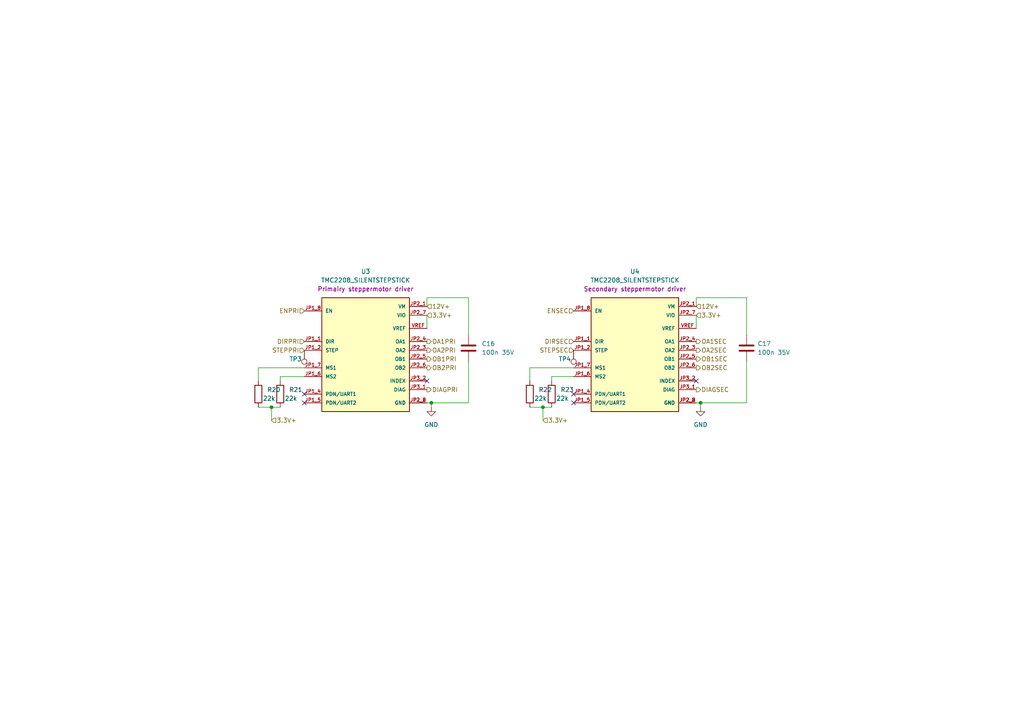
<source format=kicad_sch>
(kicad_sch (version 20211123) (generator eeschema)
  (paper "A4")
  (title_block (title "Rastaban-HAT") (rev "1") (company "HAN") (comment 1 "Casper R. Tak"))
  (lib_symbols
    (symbol "Connector:TestPoint" (pin_numbers hide) (pin_names (offset 0.762) hide)
      (property "Reference" "TP" (at 0 6.858 0))
      (property "Value" "TestPoint" (at 0 5.08 0))
      (symbol "TestPoint_0_1"
        (circle (center 0 3.302) (radius 0.762))
      )
      (symbol "TestPoint_1_1"
        (pin passive line (at 0 0 90) (length 2.54) (name "1") (number "1"))
      )
    )
    (symbol "Device:C" (pin_numbers hide) (pin_names (offset 0.254))
      (property "Reference" "C" (at 0.635 2.54 0))
      (property "Value" "C" (at 0.635 -2.54 0))
      (symbol "C_0_1"
        (polyline (pts (xy -2.032 -0.762) (xy 2.032 -0.762)) (stroke (width 0.508)))
        (polyline (pts (xy -2.032 0.762) (xy 2.032 0.762)) (stroke (width 0.508)))
      )
      (symbol "C_1_1"
        (pin passive line (at 0 3.81 270) (length 2.794) (name "~") (number "1"))
        (pin passive line (at 0 -3.81 90) (length 2.794) (name "~") (number "2"))
      )
    )
    (symbol "Device:R" (pin_numbers hide) (pin_names (offset 0))
      (property "Reference" "R" (at 2.032 0 90))
      (property "Value" "R" (at 0 0 90))
      (symbol "R_0_1"
        (rectangle (start -1.016 -2.54) (end 1.016 2.54) (stroke (width 0.254)))
      )
      (symbol "R_1_1"
        (pin passive line (at 0 3.81 270) (length 1.27) (name "~") (number "1"))
        (pin passive line (at 0 -3.81 90) (length 1.27) (name "~") (number "2"))
      )
    )
    (symbol "TMC2208_SILENTSTEPSTICK_1" (pin_names (offset 1.016))
      (property "Reference" "U3" (at 0 25.4 0))
      (property "Value" "TMC2208_SILENTSTEPSTICK" (at 0 22.86 0))
      (property "Purpose" "Primairy steppermotor driver" (at 0 20.32 0))
      (symbol "TMC2208_SILENTSTEPSTICK_1_0_0"
        (rectangle (start -12.7 17.78) (end 12.7 -15.24) (stroke (width 0.254)) (fill (type background)))
        (pin input line (at -17.78 5.08 0) (length 5.08) (name "DIR") (number "JP1_1"))
        (pin input line (at -17.78 2.54 0) (length 5.08) (name "STEP") (number "JP1_2"))
        (pin bidirectional line (at -17.78 -10.16 0) (length 5.08) (name "PDN/UART1") (number "JP1_4"))
        (pin bidirectional line (at -17.78 -12.7 0) (length 5.08) (name "PDN/UART2") (number "JP1_5"))
        (pin input line (at -17.78 -5.08 0) (length 5.08) (name "MS2") (number "JP1_6"))
        (pin input line (at -17.78 -2.54 0) (length 5.08) (name "MS1") (number "JP1_7"))
        (pin input line (at -17.78 13.97 0) (length 5.08) (name "EN") (number "JP1_8"))
        (pin power_in line (at 17.78 15.24 180) (length 5.08) (name "VM") (number "JP2_1"))
        (pin power_in line (at 17.78 -12.7 180) (length 5.08) (name "GND") (number "JP2_2"))
        (pin passive line (at 17.78 2.54 180) (length 5.08) (name "OA2") (number "JP2_3"))
        (pin passive line (at 17.78 5.08 180) (length 5.08) (name "OA1") (number "JP2_4"))
        (pin passive line (at 17.78 0 180) (length 5.08) (name "OB1") (number "JP2_5"))
        (pin passive line (at 17.78 -2.54 180) (length 5.08) (name "OB2") (number "JP2_6"))
        (pin power_in line (at 17.78 12.7 180) (length 5.08) (name "VIO") (number "JP2_7"))
        (pin power_in line (at 17.78 -12.7 180) (length 5.08) (name "GND") (number "JP2_8"))
        (pin output line (at 17.78 -8.89 180) (length 5.08) (name "DIAG") (number "JP3_1"))
        (pin output line (at 17.78 -6.35 180) (length 5.08) (name "INDEX") (number "JP3_2"))
        (pin passive line (at 17.78 8.89 180) (length 5.08) (name "VREF") (number "VREF"))
      )
    )
    (symbol "TMC2208_SILENTSTEPSTICK_2" (pin_names (offset 1.016))
      (property "Reference" "U4" (at 0 25.4 0))
      (property "Value" "TMC2208_SILENTSTEPSTICK" (at 0 22.86 0))
      (property "Purpose" "Secondary steppermotor driver" (at 0 20.32 0))
      (symbol "TMC2208_SILENTSTEPSTICK_2_0_0"
        (rectangle (start -12.7 17.78) (end 12.7 -15.24) (stroke (width 0.254)) (fill (type background)))
        (pin input line (at -17.78 5.08 0) (length 5.08) (name "DIR") (number "JP1_1"))
        (pin input line (at -17.78 2.54 0) (length 5.08) (name "STEP") (number "JP1_2"))
        (pin bidirectional line (at -17.78 -10.16 0) (length 5.08) (name "PDN/UART1") (number "JP1_4"))
        (pin bidirectional line (at -17.78 -12.7 0) (length 5.08) (name "PDN/UART2") (number "JP1_5"))
        (pin input line (at -17.78 -5.08 0) (length 5.08) (name "MS2") (number "JP1_6"))
        (pin input line (at -17.78 -2.54 0) (length 5.08) (name "MS1") (number "JP1_7"))
        (pin input line (at -17.78 13.97 0) (length 5.08) (name "EN") (number "JP1_8"))
        (pin power_in line (at 17.78 15.24 180) (length 5.08) (name "VM") (number "JP2_1"))
        (pin power_in line (at 17.78 -12.7 180) (length 5.08) (name "GND") (number "JP2_2"))
        (pin passive line (at 17.78 2.54 180) (length 5.08) (name "OA2") (number "JP2_3"))
        (pin passive line (at 17.78 5.08 180) (length 5.08) (name "OA1") (number "JP2_4"))
        (pin passive line (at 17.78 0 180) (length 5.08) (name "OB1") (number "JP2_5"))
        (pin passive line (at 17.78 -2.54 180) (length 5.08) (name "OB2") (number "JP2_6"))
        (pin power_in line (at 17.78 12.7 180) (length 5.08) (name "VIO") (number "JP2_7"))
        (pin power_in line (at 17.78 -12.7 180) (length 5.08) (name "GND") (number "JP2_8"))
        (pin output line (at 17.78 -8.89 180) (length 5.08) (name "DIAG") (number "JP3_1"))
        (pin output line (at 17.78 -6.35 180) (length 5.08) (name "INDEX") (number "JP3_2"))
        (pin passive line (at 17.78 8.89 180) (length 5.08) (name "VREF") (number "VREF"))
      )
    )
    (symbol "power:GND" (power) (pin_names (offset 0))
      (property "Value" "GND" (at 0 -3.81 0))
      (symbol "GND_0_1"
        (polyline (pts (xy 0 0) (xy 0 -1.27) (xy 1.27 -1.27) (xy 0 -2.54) (xy -1.27 -1.27) (xy 0 -1.27)))
      )
      (symbol "GND_1_1"
        (pin power_in line (at 0 0 270) (length 0) hide (name "GND") (number "1"))
      )
    )
  )
  (junction (at 157.48 118.11))
  (junction (at 203.2 116.84))
  (junction (at 125.095 116.84))
  (junction (at 78.74 118.11))
  (no_connect (at 166.37 114.3))
  (no_connect (at 201.93 110.49))
  (no_connect (at 123.825 110.49))
  (no_connect (at 88.265 114.3))
  (no_connect (at 88.265 116.84))
  (no_connect (at 166.37 116.84))
  (wire (pts (xy 216.535 86.36) (xy 201.93 86.36)))
  (wire (pts (xy 203.2 116.84) (xy 201.93 116.84)))
  (wire (pts (xy 216.535 116.84) (xy 216.535 104.775)))
  (wire (pts (xy 123.825 86.36) (xy 123.825 88.9)))
  (wire (pts (xy 157.48 118.11) (xy 157.48 121.92)))
  (wire (pts (xy 125.095 118.11) (xy 125.095 116.84)))
  (wire (pts (xy 81.28 109.22) (xy 88.265 109.22)))
  (wire (pts (xy 78.74 118.11) (xy 81.28 118.11)))
  (wire (pts (xy 88.265 106.68) (xy 74.93 106.68)))
  (wire (pts (xy 153.67 106.68) (xy 153.67 110.49)))
  (wire (pts (xy 123.825 91.44) (xy 123.825 95.25)))
  (wire (pts (xy 160.02 109.22) (xy 160.02 110.49)))
  (wire (pts (xy 74.93 106.68) (xy 74.93 110.49)))
  (wire (pts (xy 201.93 91.44) (xy 201.93 95.25)))
  (wire (pts (xy 201.93 86.36) (xy 201.93 88.9)))
  (wire (pts (xy 203.2 116.84) (xy 216.535 116.84)))
  (wire (pts (xy 160.02 109.22) (xy 166.37 109.22)))
  (wire (pts (xy 153.67 106.68) (xy 166.37 106.68)))
  (wire (pts (xy 78.74 118.11) (xy 78.74 121.92)))
  (wire (pts (xy 153.67 118.11) (xy 157.48 118.11)))
  (wire (pts (xy 74.93 118.11) (xy 78.74 118.11)))
  (wire (pts (xy 203.2 118.11) (xy 203.2 116.84)))
  (wire (pts (xy 135.89 86.36) (xy 123.825 86.36)))
  (wire (pts (xy 216.535 86.36) (xy 216.535 97.155)))
  (wire (pts (xy 157.48 118.11) (xy 160.02 118.11)))
  (wire (pts (xy 135.89 116.84) (xy 125.095 116.84)))
  (wire (pts (xy 135.89 104.775) (xy 135.89 116.84)))
  (wire (pts (xy 135.89 86.36) (xy 135.89 97.155)))
  (wire (pts (xy 125.095 116.84) (xy 123.825 116.84)))
  (wire (pts (xy 81.28 109.22) (xy 81.28 110.49)))
  (hierarchical_label "OB1SEC" (shape output) (at 201.93 104.14 0))
  (hierarchical_label "3.3V+" (shape input) (at 157.48 121.92 0))
  (hierarchical_label "DIAGPRI" (shape output) (at 123.825 113.03 0))
  (hierarchical_label "3.3V+" (shape input) (at 123.825 91.44 0))
  (hierarchical_label "STEPPRI" (shape input) (at 88.265 101.6 180))
  (hierarchical_label "OA1SEC" (shape output) (at 201.93 99.06 0))
  (hierarchical_label "OA2SEC" (shape output) (at 201.93 101.6 0))
  (hierarchical_label "DIRSEC" (shape input) (at 166.37 99.06 180))
  (hierarchical_label "OA2PRI" (shape output) (at 123.825 101.6 0))
  (hierarchical_label "12V+" (shape input) (at 123.825 88.9 0))
  (hierarchical_label "ENSEC" (shape input) (at 166.37 90.17 180))
  (hierarchical_label "ENPRI" (shape input) (at 88.265 90.17 180))
  (hierarchical_label "STEPSEC" (shape input) (at 166.37 101.6 180))
  (hierarchical_label "DIAGSEC" (shape output) (at 201.93 113.03 0))
  (hierarchical_label "3.3V+" (shape input) (at 201.93 91.44 0))
  (hierarchical_label "12V+" (shape input) (at 201.93 88.9 0))
  (hierarchical_label "OA1PRI" (shape output) (at 123.825 99.06 0))
  (hierarchical_label "3.3V+" (shape input) (at 78.74 121.92 0))
  (hierarchical_label "OB2PRI" (shape output) (at 123.825 106.68 0))
  (hierarchical_label "OB1PRI" (shape output) (at 123.825 104.14 0))
  (hierarchical_label "DIRPRI" (shape input) (at 88.265 99.06 180))
  (hierarchical_label "OB2SEC" (shape output) (at 201.93 106.68 0))
  (symbol (lib_id "Connector:TestPoint") (at 166.37 101.6 180) (unit 1)
    (property "Reference" "TP4" (at 163.83 104.14 0))
    (property "Value" "TestPoint" (effects hide))
    (property "Footprint" "TestPoint:TestPoint_Bridge_Pitch7.62mm_Drill1.3mm" (effects hide))
  )
  (symbol (lib_name "TMC2208_SILENTSTEPSTICK_2") (lib_id "TMC2208_SILENTSTEPSTICK:TMC2208_SILENTSTEPSTICK") (at 184.15 104.14 0) (unit 1)
    (property "Reference" "U4" (at 184.15 78.74 0))
    (property "Value" "TMC2208_SILENTSTEPSTICK" (at 184.15 81.28 0))
    (property "Footprint" "Footprints:TMC2208_SILENTSTEPSTICK" (effects hide))
    (property "MANUFACTURER" "Trinamic Motion" (effects hide))
    (property "Purpose" "Secondary steppermotor driver" (at 184.15 83.82 0))
  )
  (symbol (lib_id "Device:R") (at 153.67 114.3 0) (unit 1)
    (property "Reference" "R22" (at 156.21 113.0299 0) (effects (justify left)))
    (property "Value" "22k" (at 154.94 115.57 0) (effects (justify left)))
    (property "Footprint" "Resistor_SMD:R_1206_3216Metric_Pad1.30x1.75mm_HandSolder" (effects hide))
  )
  (symbol (lib_id "Device:R") (at 81.28 114.3 0) (unit 1)
    (property "Reference" "R21" (at 83.82 113.0299 0) (effects (justify left)))
    (property "Value" "22k" (at 82.55 115.57 0) (effects (justify left)))
    (property "Footprint" "Resistor_SMD:R_1206_3216Metric_Pad1.30x1.75mm_HandSolder" (effects hide))
  )
  (symbol (lib_id "power:GND") (at 203.2 118.11 0) (unit 1)
    (property "Reference" "#PWR016" (effects hide))
    (property "Value" "GND" (at 203.2 123.19 0))
  )
  (symbol (lib_id "Device:R") (at 160.02 114.3 0) (unit 1)
    (property "Reference" "R23" (at 162.56 113.0299 0) (effects (justify left)))
    (property "Value" "22k" (at 161.29 115.57 0) (effects (justify left)))
    (property "Footprint" "Resistor_SMD:R_1206_3216Metric_Pad1.30x1.75mm_HandSolder" (effects hide))
  )
  (symbol (lib_id "Device:C") (at 135.89 100.965 0) (unit 1)
    (property "Reference" "C16" (at 139.7 99.6949 0) (effects (justify left)))
    (property "Value" "100n 35V" (at 139.7 102.2349 0) (effects (justify left)))
  )
  (symbol (lib_name "TMC2208_SILENTSTEPSTICK_1") (lib_id "TMC2208_SILENTSTEPSTICK:TMC2208_SILENTSTEPSTICK") (at 106.045 104.14 0) (unit 1)
    (property "Reference" "U3" (at 106.045 78.74 0))
    (property "Value" "TMC2208_SILENTSTEPSTICK" (at 106.045 81.28 0))
    (property "Footprint" "Footprints:TMC2208_SILENTSTEPSTICK" (effects hide))
    (property "MANUFACTURER" "Trinamic Motion" (effects hide))
    (property "Purpose" "Primairy steppermotor driver" (at 106.045 83.82 0))
  )
  (symbol (lib_id "power:GND") (at 125.095 118.11 0) (unit 1)
    (property "Reference" "#PWR015" (effects hide))
    (property "Value" "GND" (at 125.095 123.19 0))
  )
  (symbol (lib_id "Device:R") (at 74.93 114.3 0) (unit 1)
    (property "Reference" "R20" (at 77.47 113.0299 0) (effects (justify left)))
    (property "Value" "22k" (at 76.2 115.57 0) (effects (justify left)))
    (property "Footprint" "Resistor_SMD:R_1206_3216Metric_Pad1.30x1.75mm_HandSolder" (effects hide))
  )
  (symbol (lib_id "Device:C") (at 216.535 100.965 0) (unit 1)
    (property "Reference" "C17" (at 219.71 99.6949 0) (effects (justify left)))
    (property "Value" "100n 35V" (at 219.71 102.2349 0) (effects (justify left)))
  )
  (symbol (lib_id "Connector:TestPoint") (at 88.265 101.6 180) (unit 1)
    (property "Reference" "TP3" (at 85.725 104.14 0))
    (property "Value" "TestPoint" (effects hide))
    (property "Footprint" "TestPoint:TestPoint_Bridge_Pitch7.62mm_Drill1.3mm" (effects hide))
  )
)
</source>
